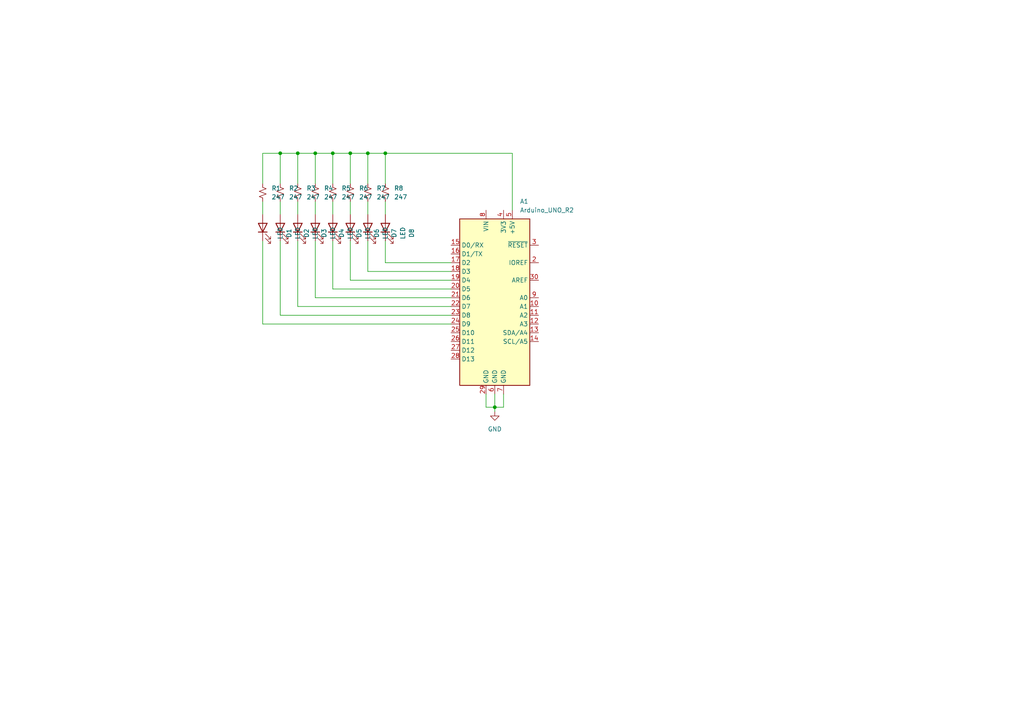
<source format=kicad_sch>
(kicad_sch (version 20230121) (generator eeschema)

  (uuid 2ba81b6f-4c95-4cfe-b800-e0109842b216)

  (paper "A4")

  (title_block
    (title "ARDUINO UNO SHIELD")
    (date "2024-01-21")
    (rev "1")
    (company "TRAN DINH HOANG KY ANH")
    (comment 1 "HO CHI MINH UNIVERSITY OF TECHNOLOGY")
  )

  (lib_symbols
    (symbol "Device:LED" (pin_numbers hide) (pin_names (offset 1.016) hide) (in_bom yes) (on_board yes)
      (property "Reference" "D" (at 0 2.54 0)
        (effects (font (size 1.27 1.27)))
      )
      (property "Value" "LED" (at 0 -2.54 0)
        (effects (font (size 1.27 1.27)))
      )
      (property "Footprint" "" (at 0 0 0)
        (effects (font (size 1.27 1.27)) hide)
      )
      (property "Datasheet" "~" (at 0 0 0)
        (effects (font (size 1.27 1.27)) hide)
      )
      (property "ki_keywords" "LED diode" (at 0 0 0)
        (effects (font (size 1.27 1.27)) hide)
      )
      (property "ki_description" "Light emitting diode" (at 0 0 0)
        (effects (font (size 1.27 1.27)) hide)
      )
      (property "ki_fp_filters" "LED* LED_SMD:* LED_THT:*" (at 0 0 0)
        (effects (font (size 1.27 1.27)) hide)
      )
      (symbol "LED_0_1"
        (polyline
          (pts
            (xy -1.27 -1.27)
            (xy -1.27 1.27)
          )
          (stroke (width 0.254) (type default))
          (fill (type none))
        )
        (polyline
          (pts
            (xy -1.27 0)
            (xy 1.27 0)
          )
          (stroke (width 0) (type default))
          (fill (type none))
        )
        (polyline
          (pts
            (xy 1.27 -1.27)
            (xy 1.27 1.27)
            (xy -1.27 0)
            (xy 1.27 -1.27)
          )
          (stroke (width 0.254) (type default))
          (fill (type none))
        )
        (polyline
          (pts
            (xy -3.048 -0.762)
            (xy -4.572 -2.286)
            (xy -3.81 -2.286)
            (xy -4.572 -2.286)
            (xy -4.572 -1.524)
          )
          (stroke (width 0) (type default))
          (fill (type none))
        )
        (polyline
          (pts
            (xy -1.778 -0.762)
            (xy -3.302 -2.286)
            (xy -2.54 -2.286)
            (xy -3.302 -2.286)
            (xy -3.302 -1.524)
          )
          (stroke (width 0) (type default))
          (fill (type none))
        )
      )
      (symbol "LED_1_1"
        (pin passive line (at -3.81 0 0) (length 2.54)
          (name "K" (effects (font (size 1.27 1.27))))
          (number "1" (effects (font (size 1.27 1.27))))
        )
        (pin passive line (at 3.81 0 180) (length 2.54)
          (name "A" (effects (font (size 1.27 1.27))))
          (number "2" (effects (font (size 1.27 1.27))))
        )
      )
    )
    (symbol "Device:R_Small_US" (pin_numbers hide) (pin_names (offset 0.254) hide) (in_bom yes) (on_board yes)
      (property "Reference" "R" (at 0.762 0.508 0)
        (effects (font (size 1.27 1.27)) (justify left))
      )
      (property "Value" "R_Small_US" (at 0.762 -1.016 0)
        (effects (font (size 1.27 1.27)) (justify left))
      )
      (property "Footprint" "" (at 0 0 0)
        (effects (font (size 1.27 1.27)) hide)
      )
      (property "Datasheet" "~" (at 0 0 0)
        (effects (font (size 1.27 1.27)) hide)
      )
      (property "ki_keywords" "r resistor" (at 0 0 0)
        (effects (font (size 1.27 1.27)) hide)
      )
      (property "ki_description" "Resistor, small US symbol" (at 0 0 0)
        (effects (font (size 1.27 1.27)) hide)
      )
      (property "ki_fp_filters" "R_*" (at 0 0 0)
        (effects (font (size 1.27 1.27)) hide)
      )
      (symbol "R_Small_US_1_1"
        (polyline
          (pts
            (xy 0 0)
            (xy 1.016 -0.381)
            (xy 0 -0.762)
            (xy -1.016 -1.143)
            (xy 0 -1.524)
          )
          (stroke (width 0) (type default))
          (fill (type none))
        )
        (polyline
          (pts
            (xy 0 1.524)
            (xy 1.016 1.143)
            (xy 0 0.762)
            (xy -1.016 0.381)
            (xy 0 0)
          )
          (stroke (width 0) (type default))
          (fill (type none))
        )
        (pin passive line (at 0 2.54 270) (length 1.016)
          (name "~" (effects (font (size 1.27 1.27))))
          (number "1" (effects (font (size 1.27 1.27))))
        )
        (pin passive line (at 0 -2.54 90) (length 1.016)
          (name "~" (effects (font (size 1.27 1.27))))
          (number "2" (effects (font (size 1.27 1.27))))
        )
      )
    )
    (symbol "MCU_Module:Arduino_UNO_R2" (in_bom yes) (on_board yes)
      (property "Reference" "A" (at -10.16 23.495 0)
        (effects (font (size 1.27 1.27)) (justify left bottom))
      )
      (property "Value" "Arduino_UNO_R2" (at 5.08 -26.67 0)
        (effects (font (size 1.27 1.27)) (justify left top))
      )
      (property "Footprint" "Module:Arduino_UNO_R2" (at 0 0 0)
        (effects (font (size 1.27 1.27) italic) hide)
      )
      (property "Datasheet" "https://www.arduino.cc/en/Main/arduinoBoardUno" (at 0 0 0)
        (effects (font (size 1.27 1.27)) hide)
      )
      (property "ki_keywords" "Arduino UNO R3 Microcontroller Module Atmel AVR USB" (at 0 0 0)
        (effects (font (size 1.27 1.27)) hide)
      )
      (property "ki_description" "Arduino UNO Microcontroller Module, release 2" (at 0 0 0)
        (effects (font (size 1.27 1.27)) hide)
      )
      (property "ki_fp_filters" "Arduino*UNO*R2*" (at 0 0 0)
        (effects (font (size 1.27 1.27)) hide)
      )
      (symbol "Arduino_UNO_R2_0_1"
        (rectangle (start -10.16 22.86) (end 10.16 -25.4)
          (stroke (width 0.254) (type default))
          (fill (type background))
        )
      )
      (symbol "Arduino_UNO_R2_1_1"
        (pin no_connect line (at -10.16 -20.32 0) (length 2.54) hide
          (name "NC" (effects (font (size 1.27 1.27))))
          (number "1" (effects (font (size 1.27 1.27))))
        )
        (pin bidirectional line (at 12.7 -2.54 180) (length 2.54)
          (name "A1" (effects (font (size 1.27 1.27))))
          (number "10" (effects (font (size 1.27 1.27))))
        )
        (pin bidirectional line (at 12.7 -5.08 180) (length 2.54)
          (name "A2" (effects (font (size 1.27 1.27))))
          (number "11" (effects (font (size 1.27 1.27))))
        )
        (pin bidirectional line (at 12.7 -7.62 180) (length 2.54)
          (name "A3" (effects (font (size 1.27 1.27))))
          (number "12" (effects (font (size 1.27 1.27))))
        )
        (pin bidirectional line (at 12.7 -10.16 180) (length 2.54)
          (name "SDA/A4" (effects (font (size 1.27 1.27))))
          (number "13" (effects (font (size 1.27 1.27))))
        )
        (pin bidirectional line (at 12.7 -12.7 180) (length 2.54)
          (name "SCL/A5" (effects (font (size 1.27 1.27))))
          (number "14" (effects (font (size 1.27 1.27))))
        )
        (pin bidirectional line (at -12.7 15.24 0) (length 2.54)
          (name "D0/RX" (effects (font (size 1.27 1.27))))
          (number "15" (effects (font (size 1.27 1.27))))
        )
        (pin bidirectional line (at -12.7 12.7 0) (length 2.54)
          (name "D1/TX" (effects (font (size 1.27 1.27))))
          (number "16" (effects (font (size 1.27 1.27))))
        )
        (pin bidirectional line (at -12.7 10.16 0) (length 2.54)
          (name "D2" (effects (font (size 1.27 1.27))))
          (number "17" (effects (font (size 1.27 1.27))))
        )
        (pin bidirectional line (at -12.7 7.62 0) (length 2.54)
          (name "D3" (effects (font (size 1.27 1.27))))
          (number "18" (effects (font (size 1.27 1.27))))
        )
        (pin bidirectional line (at -12.7 5.08 0) (length 2.54)
          (name "D4" (effects (font (size 1.27 1.27))))
          (number "19" (effects (font (size 1.27 1.27))))
        )
        (pin output line (at 12.7 10.16 180) (length 2.54)
          (name "IOREF" (effects (font (size 1.27 1.27))))
          (number "2" (effects (font (size 1.27 1.27))))
        )
        (pin bidirectional line (at -12.7 2.54 0) (length 2.54)
          (name "D5" (effects (font (size 1.27 1.27))))
          (number "20" (effects (font (size 1.27 1.27))))
        )
        (pin bidirectional line (at -12.7 0 0) (length 2.54)
          (name "D6" (effects (font (size 1.27 1.27))))
          (number "21" (effects (font (size 1.27 1.27))))
        )
        (pin bidirectional line (at -12.7 -2.54 0) (length 2.54)
          (name "D7" (effects (font (size 1.27 1.27))))
          (number "22" (effects (font (size 1.27 1.27))))
        )
        (pin bidirectional line (at -12.7 -5.08 0) (length 2.54)
          (name "D8" (effects (font (size 1.27 1.27))))
          (number "23" (effects (font (size 1.27 1.27))))
        )
        (pin bidirectional line (at -12.7 -7.62 0) (length 2.54)
          (name "D9" (effects (font (size 1.27 1.27))))
          (number "24" (effects (font (size 1.27 1.27))))
        )
        (pin bidirectional line (at -12.7 -10.16 0) (length 2.54)
          (name "D10" (effects (font (size 1.27 1.27))))
          (number "25" (effects (font (size 1.27 1.27))))
        )
        (pin bidirectional line (at -12.7 -12.7 0) (length 2.54)
          (name "D11" (effects (font (size 1.27 1.27))))
          (number "26" (effects (font (size 1.27 1.27))))
        )
        (pin bidirectional line (at -12.7 -15.24 0) (length 2.54)
          (name "D12" (effects (font (size 1.27 1.27))))
          (number "27" (effects (font (size 1.27 1.27))))
        )
        (pin bidirectional line (at -12.7 -17.78 0) (length 2.54)
          (name "D13" (effects (font (size 1.27 1.27))))
          (number "28" (effects (font (size 1.27 1.27))))
        )
        (pin power_in line (at -2.54 -27.94 90) (length 2.54)
          (name "GND" (effects (font (size 1.27 1.27))))
          (number "29" (effects (font (size 1.27 1.27))))
        )
        (pin input line (at 12.7 15.24 180) (length 2.54)
          (name "~{RESET}" (effects (font (size 1.27 1.27))))
          (number "3" (effects (font (size 1.27 1.27))))
        )
        (pin input line (at 12.7 5.08 180) (length 2.54)
          (name "AREF" (effects (font (size 1.27 1.27))))
          (number "30" (effects (font (size 1.27 1.27))))
        )
        (pin power_out line (at 2.54 25.4 270) (length 2.54)
          (name "3V3" (effects (font (size 1.27 1.27))))
          (number "4" (effects (font (size 1.27 1.27))))
        )
        (pin power_out line (at 5.08 25.4 270) (length 2.54)
          (name "+5V" (effects (font (size 1.27 1.27))))
          (number "5" (effects (font (size 1.27 1.27))))
        )
        (pin power_in line (at 0 -27.94 90) (length 2.54)
          (name "GND" (effects (font (size 1.27 1.27))))
          (number "6" (effects (font (size 1.27 1.27))))
        )
        (pin power_in line (at 2.54 -27.94 90) (length 2.54)
          (name "GND" (effects (font (size 1.27 1.27))))
          (number "7" (effects (font (size 1.27 1.27))))
        )
        (pin power_in line (at -2.54 25.4 270) (length 2.54)
          (name "VIN" (effects (font (size 1.27 1.27))))
          (number "8" (effects (font (size 1.27 1.27))))
        )
        (pin bidirectional line (at 12.7 0 180) (length 2.54)
          (name "A0" (effects (font (size 1.27 1.27))))
          (number "9" (effects (font (size 1.27 1.27))))
        )
      )
    )
    (symbol "power:GND" (power) (pin_names (offset 0)) (in_bom yes) (on_board yes)
      (property "Reference" "#PWR" (at 0 -6.35 0)
        (effects (font (size 1.27 1.27)) hide)
      )
      (property "Value" "GND" (at 0 -3.81 0)
        (effects (font (size 1.27 1.27)))
      )
      (property "Footprint" "" (at 0 0 0)
        (effects (font (size 1.27 1.27)) hide)
      )
      (property "Datasheet" "" (at 0 0 0)
        (effects (font (size 1.27 1.27)) hide)
      )
      (property "ki_keywords" "global power" (at 0 0 0)
        (effects (font (size 1.27 1.27)) hide)
      )
      (property "ki_description" "Power symbol creates a global label with name \"GND\" , ground" (at 0 0 0)
        (effects (font (size 1.27 1.27)) hide)
      )
      (symbol "GND_0_1"
        (polyline
          (pts
            (xy 0 0)
            (xy 0 -1.27)
            (xy 1.27 -1.27)
            (xy 0 -2.54)
            (xy -1.27 -1.27)
            (xy 0 -1.27)
          )
          (stroke (width 0) (type default))
          (fill (type none))
        )
      )
      (symbol "GND_1_1"
        (pin power_in line (at 0 0 270) (length 0) hide
          (name "GND" (effects (font (size 1.27 1.27))))
          (number "1" (effects (font (size 1.27 1.27))))
        )
      )
    )
  )

  (junction (at 106.68 44.45) (diameter 0) (color 0 0 0 0)
    (uuid 7d3c71a9-c266-4ca6-b303-0f82f1965a10)
  )
  (junction (at 111.76 44.45) (diameter 0) (color 0 0 0 0)
    (uuid 82074e55-558c-4b75-a894-1cb37a223718)
  )
  (junction (at 101.6 44.45) (diameter 0) (color 0 0 0 0)
    (uuid 9b1df2ed-89f4-44e2-a0ab-226886529c40)
  )
  (junction (at 91.44 44.45) (diameter 0) (color 0 0 0 0)
    (uuid a3e9bd0f-1895-4259-886d-5eadb41ba258)
  )
  (junction (at 81.28 44.45) (diameter 0) (color 0 0 0 0)
    (uuid b6d9cf51-3825-4e1e-917d-919a809acfbf)
  )
  (junction (at 86.36 44.45) (diameter 0) (color 0 0 0 0)
    (uuid c4489c9c-46c5-4515-8ba6-2b84b74a17cb)
  )
  (junction (at 96.52 44.45) (diameter 0) (color 0 0 0 0)
    (uuid c777b1d3-8117-4f94-b3eb-17a5bd4f0b18)
  )
  (junction (at 143.51 118.11) (diameter 0) (color 0 0 0 0)
    (uuid e1ddeb52-7e59-4f8e-acca-d5f6ce7228d1)
  )

  (wire (pts (xy 81.28 44.45) (xy 86.36 44.45))
    (stroke (width 0) (type default))
    (uuid 063bddb5-f60e-4744-9c83-93e94809125b)
  )
  (wire (pts (xy 76.2 93.98) (xy 130.81 93.98))
    (stroke (width 0) (type default))
    (uuid 0675da2c-fa9f-49c6-bf7f-ae6148e3e6eb)
  )
  (wire (pts (xy 96.52 44.45) (xy 96.52 53.34))
    (stroke (width 0) (type default))
    (uuid 119138eb-9b02-4b7e-881a-3205f4bd3cab)
  )
  (wire (pts (xy 101.6 58.42) (xy 101.6 62.23))
    (stroke (width 0) (type default))
    (uuid 11ce951f-443d-4234-b031-e150664eda98)
  )
  (wire (pts (xy 143.51 118.11) (xy 143.51 119.38))
    (stroke (width 0) (type default))
    (uuid 1b965c3b-94be-42c6-b593-6f93df3349b5)
  )
  (wire (pts (xy 111.76 44.45) (xy 111.76 53.34))
    (stroke (width 0) (type default))
    (uuid 2583a2ba-a373-4919-8b20-97388c3b304f)
  )
  (wire (pts (xy 101.6 44.45) (xy 101.6 53.34))
    (stroke (width 0) (type default))
    (uuid 26bf7666-35c2-466d-8f02-2e0848b5285e)
  )
  (wire (pts (xy 111.76 58.42) (xy 111.76 62.23))
    (stroke (width 0) (type default))
    (uuid 27016519-cec0-4964-92fb-caf8f2a51ca2)
  )
  (wire (pts (xy 106.68 58.42) (xy 106.68 62.23))
    (stroke (width 0) (type default))
    (uuid 2f4c9bc0-3d5c-407e-b6f2-d1b1b0271944)
  )
  (wire (pts (xy 101.6 69.85) (xy 101.6 81.28))
    (stroke (width 0) (type default))
    (uuid 33ae7d87-2535-49e3-a6b3-b7c2eef5da58)
  )
  (wire (pts (xy 86.36 44.45) (xy 91.44 44.45))
    (stroke (width 0) (type default))
    (uuid 42562719-20f1-4776-a2fc-8dc342084fc5)
  )
  (wire (pts (xy 91.44 44.45) (xy 91.44 53.34))
    (stroke (width 0) (type default))
    (uuid 43df068e-9a78-4b16-a4b5-fa559fbc1fb4)
  )
  (wire (pts (xy 96.52 69.85) (xy 96.52 83.82))
    (stroke (width 0) (type default))
    (uuid 4ded1786-5cbe-4321-8a0b-8c7ec708f361)
  )
  (wire (pts (xy 96.52 83.82) (xy 130.81 83.82))
    (stroke (width 0) (type default))
    (uuid 4fccc5bc-9fd1-4d10-80b4-df521e1fbfa4)
  )
  (wire (pts (xy 111.76 76.2) (xy 130.81 76.2))
    (stroke (width 0) (type default))
    (uuid 50aad4fc-73aa-4569-86d9-d3936d023f84)
  )
  (wire (pts (xy 140.97 114.3) (xy 140.97 118.11))
    (stroke (width 0) (type default))
    (uuid 526c2322-2fcc-4861-aba7-cb549607d29c)
  )
  (wire (pts (xy 96.52 44.45) (xy 101.6 44.45))
    (stroke (width 0) (type default))
    (uuid 5e966ba4-f512-4348-8115-16516655d20c)
  )
  (wire (pts (xy 111.76 69.85) (xy 111.76 76.2))
    (stroke (width 0) (type default))
    (uuid 61357035-6aa2-4b8e-9baf-4c0a5012e8a9)
  )
  (wire (pts (xy 106.68 44.45) (xy 106.68 53.34))
    (stroke (width 0) (type default))
    (uuid 615e22bc-6b5d-4dc8-b20a-f9e386bb42cd)
  )
  (wire (pts (xy 86.36 88.9) (xy 130.81 88.9))
    (stroke (width 0) (type default))
    (uuid 62820750-c9f4-4f9d-bdb4-b7110d889f49)
  )
  (wire (pts (xy 106.68 78.74) (xy 130.81 78.74))
    (stroke (width 0) (type default))
    (uuid 65083def-00f3-4691-abe9-a4d6e3e555f9)
  )
  (wire (pts (xy 86.36 44.45) (xy 86.36 53.34))
    (stroke (width 0) (type default))
    (uuid 72d8cee2-c89c-4126-9d9f-c5070943f3b0)
  )
  (wire (pts (xy 76.2 53.34) (xy 76.2 44.45))
    (stroke (width 0) (type default))
    (uuid 7a00648e-ec17-4b51-a7b4-80f3ffdf1b9e)
  )
  (wire (pts (xy 81.28 69.85) (xy 81.28 91.44))
    (stroke (width 0) (type default))
    (uuid 8919dae7-8d9e-4146-8b83-983477320018)
  )
  (wire (pts (xy 81.28 91.44) (xy 130.81 91.44))
    (stroke (width 0) (type default))
    (uuid 8bf2b889-76a1-4e82-adaa-55dba087abdc)
  )
  (wire (pts (xy 86.36 58.42) (xy 86.36 62.23))
    (stroke (width 0) (type default))
    (uuid 8f851441-5121-4567-a06c-7f40c7c9e997)
  )
  (wire (pts (xy 146.05 114.3) (xy 146.05 118.11))
    (stroke (width 0) (type default))
    (uuid 90f97fdf-fe53-4a13-b843-82658550981e)
  )
  (wire (pts (xy 81.28 58.42) (xy 81.28 62.23))
    (stroke (width 0) (type default))
    (uuid 911f1d14-4d2d-4140-b45c-68ffbe567eae)
  )
  (wire (pts (xy 81.28 44.45) (xy 81.28 53.34))
    (stroke (width 0) (type default))
    (uuid 91aad06a-329b-4aa0-8b21-84320faa36cb)
  )
  (wire (pts (xy 91.44 58.42) (xy 91.44 62.23))
    (stroke (width 0) (type default))
    (uuid 9de9af2f-b3f1-4e87-8f3a-7029e0848900)
  )
  (wire (pts (xy 111.76 44.45) (xy 148.59 44.45))
    (stroke (width 0) (type default))
    (uuid a4e3f2e1-1da6-4a25-83de-756a6a6a363a)
  )
  (wire (pts (xy 146.05 118.11) (xy 143.51 118.11))
    (stroke (width 0) (type default))
    (uuid a87e1b39-7a90-49eb-b8dc-8c47ec55d197)
  )
  (wire (pts (xy 91.44 86.36) (xy 130.81 86.36))
    (stroke (width 0) (type default))
    (uuid a8b54b86-772c-45f3-82bf-08bcab7f96f8)
  )
  (wire (pts (xy 148.59 44.45) (xy 148.59 60.96))
    (stroke (width 0) (type default))
    (uuid ac42894f-562d-48a7-ba44-8f590c60c019)
  )
  (wire (pts (xy 140.97 118.11) (xy 143.51 118.11))
    (stroke (width 0) (type default))
    (uuid b0d997b8-e7af-40d5-9ca4-b9efab370470)
  )
  (wire (pts (xy 76.2 44.45) (xy 81.28 44.45))
    (stroke (width 0) (type default))
    (uuid b50185e3-ea48-4e74-83da-63a25588adba)
  )
  (wire (pts (xy 106.68 44.45) (xy 111.76 44.45))
    (stroke (width 0) (type default))
    (uuid b723abcd-bb39-4c3b-b18e-98f3d8b26088)
  )
  (wire (pts (xy 91.44 69.85) (xy 91.44 86.36))
    (stroke (width 0) (type default))
    (uuid b8abbe4d-c395-4289-af9d-8941b5206e2a)
  )
  (wire (pts (xy 76.2 69.85) (xy 76.2 93.98))
    (stroke (width 0) (type default))
    (uuid bd9846a1-3d2c-4ad7-914e-8d4dcd829c21)
  )
  (wire (pts (xy 86.36 69.85) (xy 86.36 88.9))
    (stroke (width 0) (type default))
    (uuid c52f43b5-fac5-46db-b57c-8d2ac1976cb7)
  )
  (wire (pts (xy 101.6 81.28) (xy 130.81 81.28))
    (stroke (width 0) (type default))
    (uuid d11e82b6-925e-4eeb-a935-9814974953f3)
  )
  (wire (pts (xy 91.44 44.45) (xy 96.52 44.45))
    (stroke (width 0) (type default))
    (uuid d15491d4-5d8c-4a8c-a861-c5d00dafd69d)
  )
  (wire (pts (xy 143.51 114.3) (xy 143.51 118.11))
    (stroke (width 0) (type default))
    (uuid ea066571-55c9-4342-a36a-30d5eca12d30)
  )
  (wire (pts (xy 101.6 44.45) (xy 106.68 44.45))
    (stroke (width 0) (type default))
    (uuid eba1cce7-b06c-4f69-9364-fb022960a5d1)
  )
  (wire (pts (xy 96.52 58.42) (xy 96.52 62.23))
    (stroke (width 0) (type default))
    (uuid f3f0f2bb-d9c6-44da-92c3-38e27e891854)
  )
  (wire (pts (xy 106.68 69.85) (xy 106.68 78.74))
    (stroke (width 0) (type default))
    (uuid f607238a-3987-4561-a38e-2df7a901a0e8)
  )
  (wire (pts (xy 76.2 58.42) (xy 76.2 62.23))
    (stroke (width 0) (type default))
    (uuid ffdba4c7-b826-4ec7-8ad6-0d9d23e41185)
  )

  (symbol (lib_id "Device:LED") (at 111.76 66.04 90) (unit 1)
    (in_bom yes) (on_board yes) (dnp no) (fields_autoplaced)
    (uuid 04ba426a-66f0-4312-a4d4-5f2c6648d2c5)
    (property "Reference" "D8" (at 119.38 67.6275 0)
      (effects (font (size 1.27 1.27)))
    )
    (property "Value" "LED" (at 116.84 67.6275 0)
      (effects (font (size 1.27 1.27)))
    )
    (property "Footprint" "LED_SMD:LED_0805_2012Metric" (at 111.76 66.04 0)
      (effects (font (size 1.27 1.27)) hide)
    )
    (property "Datasheet" "~" (at 111.76 66.04 0)
      (effects (font (size 1.27 1.27)) hide)
    )
    (pin "2" (uuid f8b2f11f-add9-4cba-8974-27e386825ccb))
    (pin "1" (uuid 74014c05-b610-4fa9-a797-ea7db9091866))
    (instances
      (project "Arduino uno shield"
        (path "/2ba81b6f-4c95-4cfe-b800-e0109842b216"
          (reference "D8") (unit 1)
        )
      )
    )
  )

  (symbol (lib_id "Device:R_Small_US") (at 76.2 55.88 0) (unit 1)
    (in_bom yes) (on_board yes) (dnp no) (fields_autoplaced)
    (uuid 0c123407-2f21-482c-9c1e-4be6dea6f23f)
    (property "Reference" "R1" (at 78.74 54.61 0)
      (effects (font (size 1.27 1.27)) (justify left))
    )
    (property "Value" "247" (at 78.74 57.15 0)
      (effects (font (size 1.27 1.27)) (justify left))
    )
    (property "Footprint" "Resistor_SMD:R_0603_1608Metric" (at 76.2 55.88 0)
      (effects (font (size 1.27 1.27)) hide)
    )
    (property "Datasheet" "~" (at 76.2 55.88 0)
      (effects (font (size 1.27 1.27)) hide)
    )
    (pin "2" (uuid 68201644-e901-4d84-b01b-19eb33b4ba14))
    (pin "1" (uuid 6a68623f-2ad6-493d-a108-b0e64905550a))
    (instances
      (project "Arduino uno shield"
        (path "/2ba81b6f-4c95-4cfe-b800-e0109842b216"
          (reference "R1") (unit 1)
        )
      )
    )
  )

  (symbol (lib_id "Device:R_Small_US") (at 101.6 55.88 0) (unit 1)
    (in_bom yes) (on_board yes) (dnp no) (fields_autoplaced)
    (uuid 1b441b0a-569e-438e-b0fc-af3a8ea75969)
    (property "Reference" "R6" (at 104.14 54.61 0)
      (effects (font (size 1.27 1.27)) (justify left))
    )
    (property "Value" "247" (at 104.14 57.15 0)
      (effects (font (size 1.27 1.27)) (justify left))
    )
    (property "Footprint" "Resistor_SMD:R_0603_1608Metric" (at 101.6 55.88 0)
      (effects (font (size 1.27 1.27)) hide)
    )
    (property "Datasheet" "~" (at 101.6 55.88 0)
      (effects (font (size 1.27 1.27)) hide)
    )
    (pin "2" (uuid 40bddf7d-d11f-4980-935f-243eb6ea5219))
    (pin "1" (uuid 8a0b8305-6356-47e0-bfe6-24debb46ca85))
    (instances
      (project "Arduino uno shield"
        (path "/2ba81b6f-4c95-4cfe-b800-e0109842b216"
          (reference "R6") (unit 1)
        )
      )
    )
  )

  (symbol (lib_id "Device:LED") (at 101.6 66.04 90) (unit 1)
    (in_bom yes) (on_board yes) (dnp no) (fields_autoplaced)
    (uuid 3757e6de-5e26-49d2-ac6b-f1cc5c2562a1)
    (property "Reference" "D6" (at 109.22 67.6275 0)
      (effects (font (size 1.27 1.27)))
    )
    (property "Value" "LED" (at 106.68 67.6275 0)
      (effects (font (size 1.27 1.27)))
    )
    (property "Footprint" "LED_SMD:LED_0805_2012Metric" (at 101.6 66.04 0)
      (effects (font (size 1.27 1.27)) hide)
    )
    (property "Datasheet" "~" (at 101.6 66.04 0)
      (effects (font (size 1.27 1.27)) hide)
    )
    (pin "2" (uuid 4e467173-1b83-4ece-9ba6-a71b0609aa65))
    (pin "1" (uuid 75055431-b263-485f-b90d-2d31d20adae8))
    (instances
      (project "Arduino uno shield"
        (path "/2ba81b6f-4c95-4cfe-b800-e0109842b216"
          (reference "D6") (unit 1)
        )
      )
    )
  )

  (symbol (lib_id "Device:LED") (at 86.36 66.04 90) (unit 1)
    (in_bom yes) (on_board yes) (dnp no) (fields_autoplaced)
    (uuid 3c965ccc-be12-4a64-b560-0608fd18d75e)
    (property "Reference" "D3" (at 93.98 67.6275 0)
      (effects (font (size 1.27 1.27)))
    )
    (property "Value" "LED" (at 91.44 67.6275 0)
      (effects (font (size 1.27 1.27)))
    )
    (property "Footprint" "LED_SMD:LED_0805_2012Metric" (at 86.36 66.04 0)
      (effects (font (size 1.27 1.27)) hide)
    )
    (property "Datasheet" "~" (at 86.36 66.04 0)
      (effects (font (size 1.27 1.27)) hide)
    )
    (pin "2" (uuid 4e467173-1b83-4ece-9ba6-a71b0609aa66))
    (pin "1" (uuid 75055431-b263-485f-b90d-2d31d20adae9))
    (instances
      (project "Arduino uno shield"
        (path "/2ba81b6f-4c95-4cfe-b800-e0109842b216"
          (reference "D3") (unit 1)
        )
      )
    )
  )

  (symbol (lib_id "Device:R_Small_US") (at 106.68 55.88 0) (unit 1)
    (in_bom yes) (on_board yes) (dnp no) (fields_autoplaced)
    (uuid 5b7cafde-9176-4783-8e90-7dcc49764c25)
    (property "Reference" "R7" (at 109.22 54.61 0)
      (effects (font (size 1.27 1.27)) (justify left))
    )
    (property "Value" "247" (at 109.22 57.15 0)
      (effects (font (size 1.27 1.27)) (justify left))
    )
    (property "Footprint" "Resistor_SMD:R_0603_1608Metric" (at 106.68 55.88 0)
      (effects (font (size 1.27 1.27)) hide)
    )
    (property "Datasheet" "~" (at 106.68 55.88 0)
      (effects (font (size 1.27 1.27)) hide)
    )
    (pin "2" (uuid f1d5d06b-9439-4a74-8a70-bd105e41a17f))
    (pin "1" (uuid 5af936a2-88f2-47a5-9930-f7c261b9e02b))
    (instances
      (project "Arduino uno shield"
        (path "/2ba81b6f-4c95-4cfe-b800-e0109842b216"
          (reference "R7") (unit 1)
        )
      )
    )
  )

  (symbol (lib_id "Device:LED") (at 76.2 66.04 90) (unit 1)
    (in_bom yes) (on_board yes) (dnp no) (fields_autoplaced)
    (uuid 843624ea-2374-4c5d-8fd9-03aa2e70f3b4)
    (property "Reference" "D1" (at 83.82 67.6275 0)
      (effects (font (size 1.27 1.27)))
    )
    (property "Value" "LED" (at 81.28 67.6275 0)
      (effects (font (size 1.27 1.27)))
    )
    (property "Footprint" "LED_SMD:LED_0805_2012Metric" (at 76.2 66.04 0)
      (effects (font (size 1.27 1.27)) hide)
    )
    (property "Datasheet" "~" (at 76.2 66.04 0)
      (effects (font (size 1.27 1.27)) hide)
    )
    (pin "2" (uuid 99fa01d2-c701-4981-b072-02c7a2998ba3))
    (pin "1" (uuid b29651e6-3207-4546-9e7f-8cf9f455e5be))
    (instances
      (project "Arduino uno shield"
        (path "/2ba81b6f-4c95-4cfe-b800-e0109842b216"
          (reference "D1") (unit 1)
        )
      )
    )
  )

  (symbol (lib_id "Device:R_Small_US") (at 111.76 55.88 0) (unit 1)
    (in_bom yes) (on_board yes) (dnp no) (fields_autoplaced)
    (uuid 8f9521b5-1d6b-4e8e-bcd0-cb8f9fa14b02)
    (property "Reference" "R8" (at 114.3 54.61 0)
      (effects (font (size 1.27 1.27)) (justify left))
    )
    (property "Value" "247" (at 114.3 57.15 0)
      (effects (font (size 1.27 1.27)) (justify left))
    )
    (property "Footprint" "Resistor_SMD:R_0603_1608Metric" (at 111.76 55.88 0)
      (effects (font (size 1.27 1.27)) hide)
    )
    (property "Datasheet" "~" (at 111.76 55.88 0)
      (effects (font (size 1.27 1.27)) hide)
    )
    (pin "2" (uuid 5ffd4e86-9524-4f82-bfb6-96e55da9364a))
    (pin "1" (uuid c77bf1cd-0996-490f-874e-738682d5d912))
    (instances
      (project "Arduino uno shield"
        (path "/2ba81b6f-4c95-4cfe-b800-e0109842b216"
          (reference "R8") (unit 1)
        )
      )
    )
  )

  (symbol (lib_id "Device:LED") (at 81.28 66.04 90) (unit 1)
    (in_bom yes) (on_board yes) (dnp no) (fields_autoplaced)
    (uuid 9637815b-306d-49ad-a52b-e142404960cc)
    (property "Reference" "D2" (at 88.9 67.6275 0)
      (effects (font (size 1.27 1.27)))
    )
    (property "Value" "LED" (at 86.36 67.6275 0)
      (effects (font (size 1.27 1.27)))
    )
    (property "Footprint" "LED_SMD:LED_0805_2012Metric" (at 81.28 66.04 0)
      (effects (font (size 1.27 1.27)) hide)
    )
    (property "Datasheet" "~" (at 81.28 66.04 0)
      (effects (font (size 1.27 1.27)) hide)
    )
    (pin "2" (uuid 4e467173-1b83-4ece-9ba6-a71b0609aa67))
    (pin "1" (uuid 75055431-b263-485f-b90d-2d31d20adaea))
    (instances
      (project "Arduino uno shield"
        (path "/2ba81b6f-4c95-4cfe-b800-e0109842b216"
          (reference "D2") (unit 1)
        )
      )
    )
  )

  (symbol (lib_id "Device:R_Small_US") (at 86.36 55.88 0) (unit 1)
    (in_bom yes) (on_board yes) (dnp no) (fields_autoplaced)
    (uuid 97ff7e97-90e8-4030-8c19-66abcf69fcf1)
    (property "Reference" "R3" (at 88.9 54.61 0)
      (effects (font (size 1.27 1.27)) (justify left))
    )
    (property "Value" "247" (at 88.9 57.15 0)
      (effects (font (size 1.27 1.27)) (justify left))
    )
    (property "Footprint" "Resistor_SMD:R_0603_1608Metric" (at 86.36 55.88 0)
      (effects (font (size 1.27 1.27)) hide)
    )
    (property "Datasheet" "~" (at 86.36 55.88 0)
      (effects (font (size 1.27 1.27)) hide)
    )
    (pin "2" (uuid 16cfa4eb-01a9-4c5d-8bec-ca9ef50c11e2))
    (pin "1" (uuid f0af51d3-017a-4e99-9b73-bb9d90464429))
    (instances
      (project "Arduino uno shield"
        (path "/2ba81b6f-4c95-4cfe-b800-e0109842b216"
          (reference "R3") (unit 1)
        )
      )
    )
  )

  (symbol (lib_id "power:GND") (at 143.51 119.38 0) (unit 1)
    (in_bom yes) (on_board yes) (dnp no) (fields_autoplaced)
    (uuid 9e815462-4919-432d-8be1-60a09a390119)
    (property "Reference" "#PWR01" (at 143.51 125.73 0)
      (effects (font (size 1.27 1.27)) hide)
    )
    (property "Value" "GND" (at 143.51 124.46 0)
      (effects (font (size 1.27 1.27)))
    )
    (property "Footprint" "" (at 143.51 119.38 0)
      (effects (font (size 1.27 1.27)) hide)
    )
    (property "Datasheet" "" (at 143.51 119.38 0)
      (effects (font (size 1.27 1.27)) hide)
    )
    (pin "1" (uuid a704060e-7c5b-4a44-8cd3-24fd2b8f716a))
    (instances
      (project "Arduino uno shield"
        (path "/2ba81b6f-4c95-4cfe-b800-e0109842b216"
          (reference "#PWR01") (unit 1)
        )
      )
    )
  )

  (symbol (lib_id "MCU_Module:Arduino_UNO_R2") (at 143.51 86.36 0) (unit 1)
    (in_bom yes) (on_board yes) (dnp no) (fields_autoplaced)
    (uuid b7b4cc30-b9f2-4ba8-b3c7-ef6c95abb43e)
    (property "Reference" "A1" (at 150.7841 58.42 0)
      (effects (font (size 1.27 1.27)) (justify left))
    )
    (property "Value" "Arduino_UNO_R2" (at 150.7841 60.96 0)
      (effects (font (size 1.27 1.27)) (justify left))
    )
    (property "Footprint" "Module:Arduino_UNO_R2" (at 143.51 86.36 0)
      (effects (font (size 1.27 1.27) italic) hide)
    )
    (property "Datasheet" "https://www.arduino.cc/en/Main/arduinoBoardUno" (at 143.51 86.36 0)
      (effects (font (size 1.27 1.27)) hide)
    )
    (pin "18" (uuid ec86f3c4-30f6-4a7b-95f9-51d3f8e4b9a3))
    (pin "22" (uuid 65369e45-5e9d-45fa-a5f0-5d9ce49f1fc5))
    (pin "29" (uuid 7f713ecd-e3cd-4f4d-9b9e-c7d33676c01d))
    (pin "10" (uuid 98f153d6-cc81-47d7-a42c-f26c7a669289))
    (pin "13" (uuid 5132922e-067a-4cae-91ce-5a9e7fd6c60a))
    (pin "20" (uuid 32e014a2-613d-48c5-8d7b-f11dee233286))
    (pin "3" (uuid 6ead8276-fe86-425b-81fc-ae82438e9e2a))
    (pin "8" (uuid 30bc102f-24bb-452a-ae74-6a3d4ecdb570))
    (pin "2" (uuid 0d9279f7-4d1e-4281-b8f6-9db2fc0b95e2))
    (pin "17" (uuid c774bedd-b809-4e6f-94e5-6b18f27d2cf1))
    (pin "1" (uuid 2345f407-e4d5-4415-bb4b-42eadb27406f))
    (pin "26" (uuid 30438bda-f0e6-4901-9cc7-aca476be3727))
    (pin "7" (uuid 2eda7efa-3191-4bd4-9072-d0b89d743c19))
    (pin "9" (uuid 48056a73-0a38-4871-9731-c09f93567130))
    (pin "16" (uuid 9754147c-6daa-4da2-b29a-26fa44d63609))
    (pin "25" (uuid cc7dfe4e-8ee1-4da5-9794-27f0ecb036a8))
    (pin "24" (uuid d618123f-58e7-4f61-a92d-f21ecedc4e88))
    (pin "19" (uuid c7ab57b4-30cd-4eae-8adf-bb6b9082740a))
    (pin "15" (uuid 9ba6a475-0b4a-4648-87f1-f760ae66c58a))
    (pin "11" (uuid c2ed33ca-731d-4faa-ac12-036f30c38e34))
    (pin "28" (uuid 0df68aaa-d452-4477-bcb7-9b6822bd1453))
    (pin "30" (uuid b72359bc-3efc-4eca-8a9a-3b549139b73e))
    (pin "23" (uuid 1424ef5f-e08e-4c5d-ae75-6b8489bf4985))
    (pin "21" (uuid 466b1528-baa0-4acf-a7b8-3fb94a0cc8fe))
    (pin "6" (uuid d0d676f3-67ba-45c6-b4e5-cde08882e298))
    (pin "14" (uuid 168e54b7-a146-4dae-82bd-055d7d2c7049))
    (pin "5" (uuid 4441ee28-426f-4522-8735-03650c11c450))
    (pin "4" (uuid 88eb9edf-3e8b-482a-bafd-7f2ada5ab377))
    (pin "12" (uuid 6c202948-5a3d-43c0-b787-9747ff2dc082))
    (pin "27" (uuid 2ecfc829-701c-4687-b9b0-e1398369138d))
    (instances
      (project "Arduino uno shield"
        (path "/2ba81b6f-4c95-4cfe-b800-e0109842b216"
          (reference "A1") (unit 1)
        )
      )
    )
  )

  (symbol (lib_id "Device:LED") (at 91.44 66.04 90) (unit 1)
    (in_bom yes) (on_board yes) (dnp no) (fields_autoplaced)
    (uuid bf170147-c93b-46fb-b2f2-87e128f5f92c)
    (property "Reference" "D4" (at 99.06 67.6275 0)
      (effects (font (size 1.27 1.27)))
    )
    (property "Value" "LED" (at 96.52 67.6275 0)
      (effects (font (size 1.27 1.27)))
    )
    (property "Footprint" "LED_SMD:LED_0805_2012Metric" (at 91.44 66.04 0)
      (effects (font (size 1.27 1.27)) hide)
    )
    (property "Datasheet" "~" (at 91.44 66.04 0)
      (effects (font (size 1.27 1.27)) hide)
    )
    (pin "2" (uuid 4e467173-1b83-4ece-9ba6-a71b0609aa68))
    (pin "1" (uuid 75055431-b263-485f-b90d-2d31d20adaeb))
    (instances
      (project "Arduino uno shield"
        (path "/2ba81b6f-4c95-4cfe-b800-e0109842b216"
          (reference "D4") (unit 1)
        )
      )
    )
  )

  (symbol (lib_id "Device:R_Small_US") (at 81.28 55.88 0) (unit 1)
    (in_bom yes) (on_board yes) (dnp no) (fields_autoplaced)
    (uuid ccce3722-cd24-4b7e-a0c5-88fb26876833)
    (property "Reference" "R2" (at 83.82 54.61 0)
      (effects (font (size 1.27 1.27)) (justify left))
    )
    (property "Value" "247" (at 83.82 57.15 0)
      (effects (font (size 1.27 1.27)) (justify left))
    )
    (property "Footprint" "Resistor_SMD:R_0603_1608Metric" (at 81.28 55.88 0)
      (effects (font (size 1.27 1.27)) hide)
    )
    (property "Datasheet" "~" (at 81.28 55.88 0)
      (effects (font (size 1.27 1.27)) hide)
    )
    (pin "2" (uuid 723a8b72-58d1-4617-bd44-35fe1c7101e8))
    (pin "1" (uuid ba895d28-7fd0-4261-8ca1-b3cfe11ecc23))
    (instances
      (project "Arduino uno shield"
        (path "/2ba81b6f-4c95-4cfe-b800-e0109842b216"
          (reference "R2") (unit 1)
        )
      )
    )
  )

  (symbol (lib_id "Device:LED") (at 96.52 66.04 90) (unit 1)
    (in_bom yes) (on_board yes) (dnp no) (fields_autoplaced)
    (uuid d37ec52d-7b16-4559-80e7-f6380de5d608)
    (property "Reference" "D5" (at 104.14 67.6275 0)
      (effects (font (size 1.27 1.27)))
    )
    (property "Value" "LED" (at 101.6 67.6275 0)
      (effects (font (size 1.27 1.27)))
    )
    (property "Footprint" "LED_SMD:LED_0805_2012Metric" (at 96.52 66.04 0)
      (effects (font (size 1.27 1.27)) hide)
    )
    (property "Datasheet" "~" (at 96.52 66.04 0)
      (effects (font (size 1.27 1.27)) hide)
    )
    (pin "2" (uuid 4e467173-1b83-4ece-9ba6-a71b0609aa69))
    (pin "1" (uuid 75055431-b263-485f-b90d-2d31d20adaec))
    (instances
      (project "Arduino uno shield"
        (path "/2ba81b6f-4c95-4cfe-b800-e0109842b216"
          (reference "D5") (unit 1)
        )
      )
    )
  )

  (symbol (lib_id "Device:R_Small_US") (at 91.44 55.88 0) (unit 1)
    (in_bom yes) (on_board yes) (dnp no)
    (uuid db7e52f0-e55b-415b-815f-0c53d3d4a1c4)
    (property "Reference" "R4" (at 93.98 54.61 0)
      (effects (font (size 1.27 1.27)) (justify left))
    )
    (property "Value" "247" (at 93.98 57.15 0)
      (effects (font (size 1.27 1.27)) (justify left))
    )
    (property "Footprint" "Resistor_SMD:R_0603_1608Metric" (at 91.44 55.88 0)
      (effects (font (size 1.27 1.27)) hide)
    )
    (property "Datasheet" "~" (at 91.44 55.88 0)
      (effects (font (size 1.27 1.27)) hide)
    )
    (pin "2" (uuid 031e4ed2-daa9-4553-9810-375ed10789c8))
    (pin "1" (uuid be896036-7450-47c8-8ac7-5723413b1ee5))
    (instances
      (project "Arduino uno shield"
        (path "/2ba81b6f-4c95-4cfe-b800-e0109842b216"
          (reference "R4") (unit 1)
        )
      )
    )
  )

  (symbol (lib_id "Device:LED") (at 106.68 66.04 90) (unit 1)
    (in_bom yes) (on_board yes) (dnp no) (fields_autoplaced)
    (uuid de484b45-1b9d-4618-848c-255a63df4e12)
    (property "Reference" "D7" (at 114.3 67.6275 0)
      (effects (font (size 1.27 1.27)))
    )
    (property "Value" "LED" (at 111.76 67.6275 0)
      (effects (font (size 1.27 1.27)))
    )
    (property "Footprint" "LED_SMD:LED_0805_2012Metric" (at 106.68 66.04 0)
      (effects (font (size 1.27 1.27)) hide)
    )
    (property "Datasheet" "~" (at 106.68 66.04 0)
      (effects (font (size 1.27 1.27)) hide)
    )
    (pin "2" (uuid 4e467173-1b83-4ece-9ba6-a71b0609aa6a))
    (pin "1" (uuid 75055431-b263-485f-b90d-2d31d20adaed))
    (instances
      (project "Arduino uno shield"
        (path "/2ba81b6f-4c95-4cfe-b800-e0109842b216"
          (reference "D7") (unit 1)
        )
      )
    )
  )

  (symbol (lib_id "Device:R_Small_US") (at 96.52 55.88 0) (unit 1)
    (in_bom yes) (on_board yes) (dnp no) (fields_autoplaced)
    (uuid e699cb59-76b3-404b-b4e1-2af2813143fd)
    (property "Reference" "R5" (at 99.06 54.61 0)
      (effects (font (size 1.27 1.27)) (justify left))
    )
    (property "Value" "247" (at 99.06 57.15 0)
      (effects (font (size 1.27 1.27)) (justify left))
    )
    (property "Footprint" "Resistor_SMD:R_0603_1608Metric" (at 96.52 55.88 0)
      (effects (font (size 1.27 1.27)) hide)
    )
    (property "Datasheet" "~" (at 96.52 55.88 0)
      (effects (font (size 1.27 1.27)) hide)
    )
    (pin "2" (uuid 2cd1de3a-9f7b-46ee-90d4-ec05126644fc))
    (pin "1" (uuid 080db4f1-d28b-4e2b-8e2f-ac6a7019eedc))
    (instances
      (project "Arduino uno shield"
        (path "/2ba81b6f-4c95-4cfe-b800-e0109842b216"
          (reference "R5") (unit 1)
        )
      )
    )
  )

  (sheet_instances
    (path "/" (page "1"))
  )
)

</source>
